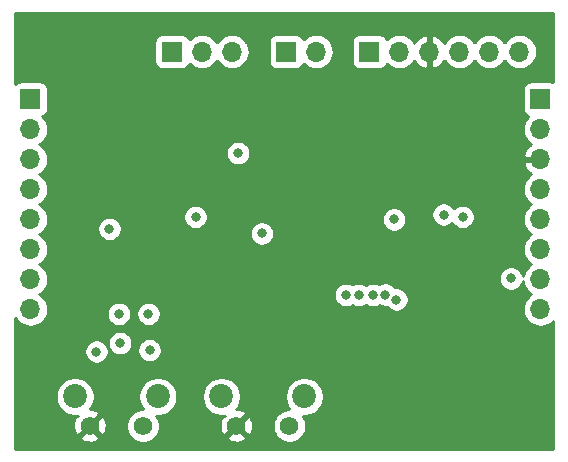
<source format=gbr>
G04 #@! TF.GenerationSoftware,KiCad,Pcbnew,(5.1.4)-1*
G04 #@! TF.CreationDate,2020-02-25T16:56:55+01:00*
G04 #@! TF.ProjectId,Master Thesis PCB,4d617374-6572-4205-9468-657369732050,rev?*
G04 #@! TF.SameCoordinates,Original*
G04 #@! TF.FileFunction,Copper,L2,Inr*
G04 #@! TF.FilePolarity,Positive*
%FSLAX46Y46*%
G04 Gerber Fmt 4.6, Leading zero omitted, Abs format (unit mm)*
G04 Created by KiCad (PCBNEW (5.1.4)-1) date 2020-02-25 16:56:55*
%MOMM*%
%LPD*%
G04 APERTURE LIST*
%ADD10C,2.026000*%
%ADD11C,1.561000*%
%ADD12O,1.700000X1.700000*%
%ADD13R,1.700000X1.700000*%
%ADD14C,0.800000*%
%ADD15C,0.254000*%
G04 APERTURE END LIST*
D10*
X111600000Y-105200000D03*
X104590000Y-105200000D03*
D11*
X110345000Y-107690000D03*
X105845000Y-107690000D03*
D10*
X124000000Y-105200000D03*
X116990000Y-105200000D03*
D11*
X122745000Y-107690000D03*
X118245000Y-107690000D03*
D12*
X142200000Y-76000000D03*
X139660000Y-76000000D03*
X137120000Y-76000000D03*
X134580000Y-76000000D03*
X132040000Y-76000000D03*
D13*
X129500000Y-76000000D03*
D12*
X117880000Y-76000000D03*
X115340000Y-76000000D03*
D13*
X112800000Y-76000000D03*
D12*
X125000000Y-76000000D03*
D13*
X122460000Y-76000000D03*
D12*
X100800000Y-97800000D03*
X100800000Y-95260000D03*
X100800000Y-92720000D03*
X100800000Y-90180000D03*
X100800000Y-87640000D03*
X100800000Y-85100000D03*
X100800000Y-82560000D03*
D13*
X100800000Y-80020000D03*
D12*
X143980000Y-97800000D03*
X143980000Y-95260000D03*
X143980000Y-92720000D03*
X143980000Y-90180000D03*
X143980000Y-87640000D03*
X143980000Y-85100000D03*
X143980000Y-82560000D03*
D13*
X143980000Y-80020000D03*
D14*
X134800000Y-106400000D03*
X143200000Y-106400000D03*
X129600000Y-95200000D03*
X127400000Y-95200000D03*
X124800000Y-95200000D03*
X124800000Y-92800000D03*
X127200000Y-92600000D03*
X130000000Y-93000000D03*
X129800000Y-89800000D03*
X127400000Y-89800000D03*
X124800000Y-90200000D03*
X134625000Y-94525010D03*
X124000000Y-84800000D03*
X116200000Y-86200000D03*
X114600000Y-95600000D03*
X116000000Y-90600000D03*
X122800000Y-90000000D03*
X122800000Y-93200000D03*
X133600000Y-98000000D03*
X132000000Y-107400000D03*
X108900000Y-90900000D03*
X112500000Y-86800000D03*
X120400000Y-91400000D03*
X137399992Y-90000000D03*
X106400000Y-101400000D03*
X114800000Y-90000000D03*
X141500000Y-95200000D03*
X131800000Y-97000000D03*
X130849457Y-96575862D03*
X129800000Y-96600000D03*
X128600000Y-96600000D03*
X127525010Y-96600000D03*
X110800000Y-98200000D03*
X110900000Y-101274990D03*
X108400000Y-100675010D03*
X108300000Y-98200000D03*
X107500000Y-91000000D03*
X118400000Y-84600000D03*
X131600000Y-90200000D03*
X135800000Y-89800000D03*
D15*
G36*
X145090000Y-78588954D02*
G01*
X145074180Y-78580498D01*
X144954482Y-78544188D01*
X144830000Y-78531928D01*
X143130000Y-78531928D01*
X143005518Y-78544188D01*
X142885820Y-78580498D01*
X142775506Y-78639463D01*
X142678815Y-78718815D01*
X142599463Y-78815506D01*
X142540498Y-78925820D01*
X142504188Y-79045518D01*
X142491928Y-79170000D01*
X142491928Y-80870000D01*
X142504188Y-80994482D01*
X142540498Y-81114180D01*
X142599463Y-81224494D01*
X142678815Y-81321185D01*
X142775506Y-81400537D01*
X142885820Y-81459502D01*
X142954687Y-81480393D01*
X142924866Y-81504866D01*
X142739294Y-81730986D01*
X142601401Y-81988966D01*
X142516487Y-82268889D01*
X142487815Y-82560000D01*
X142516487Y-82851111D01*
X142601401Y-83131034D01*
X142739294Y-83389014D01*
X142924866Y-83615134D01*
X143150986Y-83800706D01*
X143215523Y-83835201D01*
X143098645Y-83904822D01*
X142882412Y-84099731D01*
X142708359Y-84333080D01*
X142583175Y-84595901D01*
X142538524Y-84743110D01*
X142659845Y-84973000D01*
X143853000Y-84973000D01*
X143853000Y-84953000D01*
X144107000Y-84953000D01*
X144107000Y-84973000D01*
X144127000Y-84973000D01*
X144127000Y-85227000D01*
X144107000Y-85227000D01*
X144107000Y-85247000D01*
X143853000Y-85247000D01*
X143853000Y-85227000D01*
X142659845Y-85227000D01*
X142538524Y-85456890D01*
X142583175Y-85604099D01*
X142708359Y-85866920D01*
X142882412Y-86100269D01*
X143098645Y-86295178D01*
X143215523Y-86364799D01*
X143150986Y-86399294D01*
X142924866Y-86584866D01*
X142739294Y-86810986D01*
X142601401Y-87068966D01*
X142516487Y-87348889D01*
X142487815Y-87640000D01*
X142516487Y-87931111D01*
X142601401Y-88211034D01*
X142739294Y-88469014D01*
X142924866Y-88695134D01*
X143150986Y-88880706D01*
X143205791Y-88910000D01*
X143150986Y-88939294D01*
X142924866Y-89124866D01*
X142739294Y-89350986D01*
X142601401Y-89608966D01*
X142516487Y-89888889D01*
X142487815Y-90180000D01*
X142516487Y-90471111D01*
X142601401Y-90751034D01*
X142739294Y-91009014D01*
X142924866Y-91235134D01*
X143150986Y-91420706D01*
X143205791Y-91450000D01*
X143150986Y-91479294D01*
X142924866Y-91664866D01*
X142739294Y-91890986D01*
X142601401Y-92148966D01*
X142516487Y-92428889D01*
X142487815Y-92720000D01*
X142516487Y-93011111D01*
X142601401Y-93291034D01*
X142739294Y-93549014D01*
X142924866Y-93775134D01*
X143150986Y-93960706D01*
X143205791Y-93990000D01*
X143150986Y-94019294D01*
X142924866Y-94204866D01*
X142739294Y-94430986D01*
X142601401Y-94688966D01*
X142516487Y-94968889D01*
X142514109Y-94993034D01*
X142495226Y-94898102D01*
X142417205Y-94709744D01*
X142303937Y-94540226D01*
X142159774Y-94396063D01*
X141990256Y-94282795D01*
X141801898Y-94204774D01*
X141601939Y-94165000D01*
X141398061Y-94165000D01*
X141198102Y-94204774D01*
X141009744Y-94282795D01*
X140840226Y-94396063D01*
X140696063Y-94540226D01*
X140582795Y-94709744D01*
X140504774Y-94898102D01*
X140465000Y-95098061D01*
X140465000Y-95301939D01*
X140504774Y-95501898D01*
X140582795Y-95690256D01*
X140696063Y-95859774D01*
X140840226Y-96003937D01*
X141009744Y-96117205D01*
X141198102Y-96195226D01*
X141398061Y-96235000D01*
X141601939Y-96235000D01*
X141801898Y-96195226D01*
X141990256Y-96117205D01*
X142159774Y-96003937D01*
X142303937Y-95859774D01*
X142417205Y-95690256D01*
X142495226Y-95501898D01*
X142506204Y-95446707D01*
X142516487Y-95551111D01*
X142601401Y-95831034D01*
X142739294Y-96089014D01*
X142924866Y-96315134D01*
X143150986Y-96500706D01*
X143205791Y-96530000D01*
X143150986Y-96559294D01*
X142924866Y-96744866D01*
X142739294Y-96970986D01*
X142601401Y-97228966D01*
X142516487Y-97508889D01*
X142487815Y-97800000D01*
X142516487Y-98091111D01*
X142601401Y-98371034D01*
X142739294Y-98629014D01*
X142924866Y-98855134D01*
X143150986Y-99040706D01*
X143408966Y-99178599D01*
X143688889Y-99263513D01*
X143907050Y-99285000D01*
X144052950Y-99285000D01*
X144271111Y-99263513D01*
X144551034Y-99178599D01*
X144809014Y-99040706D01*
X145035134Y-98855134D01*
X145090001Y-98788279D01*
X145090001Y-109690000D01*
X99510000Y-109690000D01*
X99510000Y-108668778D01*
X105045827Y-108668778D01*
X105115049Y-108910757D01*
X105367232Y-109029707D01*
X105637776Y-109097173D01*
X105916283Y-109110562D01*
X106192052Y-109069360D01*
X106454483Y-108975149D01*
X106574951Y-108910757D01*
X106644173Y-108668778D01*
X105845000Y-107869605D01*
X105045827Y-108668778D01*
X99510000Y-108668778D01*
X99510000Y-105037686D01*
X102942000Y-105037686D01*
X102942000Y-105362314D01*
X103005332Y-105680704D01*
X103129561Y-105980621D01*
X103309915Y-106250539D01*
X103539461Y-106480085D01*
X103809379Y-106660439D01*
X104109296Y-106784668D01*
X104427686Y-106848000D01*
X104752314Y-106848000D01*
X104811599Y-106836207D01*
X104866220Y-106890828D01*
X104624243Y-106960049D01*
X104505293Y-107212232D01*
X104437827Y-107482776D01*
X104424438Y-107761283D01*
X104465640Y-108037052D01*
X104559851Y-108299483D01*
X104624243Y-108419951D01*
X104866222Y-108489173D01*
X105665395Y-107690000D01*
X106024605Y-107690000D01*
X106823778Y-108489173D01*
X107065757Y-108419951D01*
X107184707Y-108167768D01*
X107252173Y-107897224D01*
X107265562Y-107618717D01*
X107255383Y-107550585D01*
X108929500Y-107550585D01*
X108929500Y-107829415D01*
X108983897Y-108102886D01*
X109090600Y-108360491D01*
X109245509Y-108592329D01*
X109442671Y-108789491D01*
X109674509Y-108944400D01*
X109932114Y-109051103D01*
X110205585Y-109105500D01*
X110484415Y-109105500D01*
X110757886Y-109051103D01*
X111015491Y-108944400D01*
X111247329Y-108789491D01*
X111368042Y-108668778D01*
X117445827Y-108668778D01*
X117515049Y-108910757D01*
X117767232Y-109029707D01*
X118037776Y-109097173D01*
X118316283Y-109110562D01*
X118592052Y-109069360D01*
X118854483Y-108975149D01*
X118974951Y-108910757D01*
X119044173Y-108668778D01*
X118245000Y-107869605D01*
X117445827Y-108668778D01*
X111368042Y-108668778D01*
X111444491Y-108592329D01*
X111599400Y-108360491D01*
X111706103Y-108102886D01*
X111760500Y-107829415D01*
X111760500Y-107550585D01*
X111706103Y-107277114D01*
X111599400Y-107019509D01*
X111484801Y-106848000D01*
X111762314Y-106848000D01*
X112080704Y-106784668D01*
X112380621Y-106660439D01*
X112650539Y-106480085D01*
X112880085Y-106250539D01*
X113060439Y-105980621D01*
X113184668Y-105680704D01*
X113248000Y-105362314D01*
X113248000Y-105037686D01*
X115342000Y-105037686D01*
X115342000Y-105362314D01*
X115405332Y-105680704D01*
X115529561Y-105980621D01*
X115709915Y-106250539D01*
X115939461Y-106480085D01*
X116209379Y-106660439D01*
X116509296Y-106784668D01*
X116827686Y-106848000D01*
X117152314Y-106848000D01*
X117211599Y-106836207D01*
X117266220Y-106890828D01*
X117024243Y-106960049D01*
X116905293Y-107212232D01*
X116837827Y-107482776D01*
X116824438Y-107761283D01*
X116865640Y-108037052D01*
X116959851Y-108299483D01*
X117024243Y-108419951D01*
X117266222Y-108489173D01*
X118065395Y-107690000D01*
X118424605Y-107690000D01*
X119223778Y-108489173D01*
X119465757Y-108419951D01*
X119584707Y-108167768D01*
X119652173Y-107897224D01*
X119665562Y-107618717D01*
X119655383Y-107550585D01*
X121329500Y-107550585D01*
X121329500Y-107829415D01*
X121383897Y-108102886D01*
X121490600Y-108360491D01*
X121645509Y-108592329D01*
X121842671Y-108789491D01*
X122074509Y-108944400D01*
X122332114Y-109051103D01*
X122605585Y-109105500D01*
X122884415Y-109105500D01*
X123157886Y-109051103D01*
X123415491Y-108944400D01*
X123647329Y-108789491D01*
X123844491Y-108592329D01*
X123999400Y-108360491D01*
X124106103Y-108102886D01*
X124160500Y-107829415D01*
X124160500Y-107550585D01*
X124106103Y-107277114D01*
X123999400Y-107019509D01*
X123884801Y-106848000D01*
X124162314Y-106848000D01*
X124480704Y-106784668D01*
X124780621Y-106660439D01*
X125050539Y-106480085D01*
X125280085Y-106250539D01*
X125460439Y-105980621D01*
X125584668Y-105680704D01*
X125648000Y-105362314D01*
X125648000Y-105037686D01*
X125584668Y-104719296D01*
X125460439Y-104419379D01*
X125280085Y-104149461D01*
X125050539Y-103919915D01*
X124780621Y-103739561D01*
X124480704Y-103615332D01*
X124162314Y-103552000D01*
X123837686Y-103552000D01*
X123519296Y-103615332D01*
X123219379Y-103739561D01*
X122949461Y-103919915D01*
X122719915Y-104149461D01*
X122539561Y-104419379D01*
X122415332Y-104719296D01*
X122352000Y-105037686D01*
X122352000Y-105362314D01*
X122415332Y-105680704D01*
X122539561Y-105980621D01*
X122719915Y-106250539D01*
X122743876Y-106274500D01*
X122605585Y-106274500D01*
X122332114Y-106328897D01*
X122074509Y-106435600D01*
X121842671Y-106590509D01*
X121645509Y-106787671D01*
X121490600Y-107019509D01*
X121383897Y-107277114D01*
X121329500Y-107550585D01*
X119655383Y-107550585D01*
X119624360Y-107342948D01*
X119530149Y-107080517D01*
X119465757Y-106960049D01*
X119223778Y-106890827D01*
X118424605Y-107690000D01*
X118065395Y-107690000D01*
X118051253Y-107675858D01*
X118230858Y-107496253D01*
X118245000Y-107510395D01*
X119044173Y-106711222D01*
X118974951Y-106469243D01*
X118722768Y-106350293D01*
X118452224Y-106282827D01*
X118247633Y-106272991D01*
X118270085Y-106250539D01*
X118450439Y-105980621D01*
X118574668Y-105680704D01*
X118638000Y-105362314D01*
X118638000Y-105037686D01*
X118574668Y-104719296D01*
X118450439Y-104419379D01*
X118270085Y-104149461D01*
X118040539Y-103919915D01*
X117770621Y-103739561D01*
X117470704Y-103615332D01*
X117152314Y-103552000D01*
X116827686Y-103552000D01*
X116509296Y-103615332D01*
X116209379Y-103739561D01*
X115939461Y-103919915D01*
X115709915Y-104149461D01*
X115529561Y-104419379D01*
X115405332Y-104719296D01*
X115342000Y-105037686D01*
X113248000Y-105037686D01*
X113184668Y-104719296D01*
X113060439Y-104419379D01*
X112880085Y-104149461D01*
X112650539Y-103919915D01*
X112380621Y-103739561D01*
X112080704Y-103615332D01*
X111762314Y-103552000D01*
X111437686Y-103552000D01*
X111119296Y-103615332D01*
X110819379Y-103739561D01*
X110549461Y-103919915D01*
X110319915Y-104149461D01*
X110139561Y-104419379D01*
X110015332Y-104719296D01*
X109952000Y-105037686D01*
X109952000Y-105362314D01*
X110015332Y-105680704D01*
X110139561Y-105980621D01*
X110319915Y-106250539D01*
X110343876Y-106274500D01*
X110205585Y-106274500D01*
X109932114Y-106328897D01*
X109674509Y-106435600D01*
X109442671Y-106590509D01*
X109245509Y-106787671D01*
X109090600Y-107019509D01*
X108983897Y-107277114D01*
X108929500Y-107550585D01*
X107255383Y-107550585D01*
X107224360Y-107342948D01*
X107130149Y-107080517D01*
X107065757Y-106960049D01*
X106823778Y-106890827D01*
X106024605Y-107690000D01*
X105665395Y-107690000D01*
X105651253Y-107675858D01*
X105830858Y-107496253D01*
X105845000Y-107510395D01*
X106644173Y-106711222D01*
X106574951Y-106469243D01*
X106322768Y-106350293D01*
X106052224Y-106282827D01*
X105847633Y-106272991D01*
X105870085Y-106250539D01*
X106050439Y-105980621D01*
X106174668Y-105680704D01*
X106238000Y-105362314D01*
X106238000Y-105037686D01*
X106174668Y-104719296D01*
X106050439Y-104419379D01*
X105870085Y-104149461D01*
X105640539Y-103919915D01*
X105370621Y-103739561D01*
X105070704Y-103615332D01*
X104752314Y-103552000D01*
X104427686Y-103552000D01*
X104109296Y-103615332D01*
X103809379Y-103739561D01*
X103539461Y-103919915D01*
X103309915Y-104149461D01*
X103129561Y-104419379D01*
X103005332Y-104719296D01*
X102942000Y-105037686D01*
X99510000Y-105037686D01*
X99510000Y-101298061D01*
X105365000Y-101298061D01*
X105365000Y-101501939D01*
X105404774Y-101701898D01*
X105482795Y-101890256D01*
X105596063Y-102059774D01*
X105740226Y-102203937D01*
X105909744Y-102317205D01*
X106098102Y-102395226D01*
X106298061Y-102435000D01*
X106501939Y-102435000D01*
X106701898Y-102395226D01*
X106890256Y-102317205D01*
X107059774Y-102203937D01*
X107203937Y-102059774D01*
X107317205Y-101890256D01*
X107395226Y-101701898D01*
X107435000Y-101501939D01*
X107435000Y-101298061D01*
X107395226Y-101098102D01*
X107317205Y-100909744D01*
X107203937Y-100740226D01*
X107059774Y-100596063D01*
X107025364Y-100573071D01*
X107365000Y-100573071D01*
X107365000Y-100776949D01*
X107404774Y-100976908D01*
X107482795Y-101165266D01*
X107596063Y-101334784D01*
X107740226Y-101478947D01*
X107909744Y-101592215D01*
X108098102Y-101670236D01*
X108298061Y-101710010D01*
X108501939Y-101710010D01*
X108701898Y-101670236D01*
X108890256Y-101592215D01*
X109059774Y-101478947D01*
X109203937Y-101334784D01*
X109312003Y-101173051D01*
X109865000Y-101173051D01*
X109865000Y-101376929D01*
X109904774Y-101576888D01*
X109982795Y-101765246D01*
X110096063Y-101934764D01*
X110240226Y-102078927D01*
X110409744Y-102192195D01*
X110598102Y-102270216D01*
X110798061Y-102309990D01*
X111001939Y-102309990D01*
X111201898Y-102270216D01*
X111390256Y-102192195D01*
X111559774Y-102078927D01*
X111703937Y-101934764D01*
X111817205Y-101765246D01*
X111895226Y-101576888D01*
X111935000Y-101376929D01*
X111935000Y-101173051D01*
X111895226Y-100973092D01*
X111817205Y-100784734D01*
X111703937Y-100615216D01*
X111559774Y-100471053D01*
X111390256Y-100357785D01*
X111201898Y-100279764D01*
X111001939Y-100239990D01*
X110798061Y-100239990D01*
X110598102Y-100279764D01*
X110409744Y-100357785D01*
X110240226Y-100471053D01*
X110096063Y-100615216D01*
X109982795Y-100784734D01*
X109904774Y-100973092D01*
X109865000Y-101173051D01*
X109312003Y-101173051D01*
X109317205Y-101165266D01*
X109395226Y-100976908D01*
X109435000Y-100776949D01*
X109435000Y-100573071D01*
X109395226Y-100373112D01*
X109317205Y-100184754D01*
X109203937Y-100015236D01*
X109059774Y-99871073D01*
X108890256Y-99757805D01*
X108701898Y-99679784D01*
X108501939Y-99640010D01*
X108298061Y-99640010D01*
X108098102Y-99679784D01*
X107909744Y-99757805D01*
X107740226Y-99871073D01*
X107596063Y-100015236D01*
X107482795Y-100184754D01*
X107404774Y-100373112D01*
X107365000Y-100573071D01*
X107025364Y-100573071D01*
X106890256Y-100482795D01*
X106701898Y-100404774D01*
X106501939Y-100365000D01*
X106298061Y-100365000D01*
X106098102Y-100404774D01*
X105909744Y-100482795D01*
X105740226Y-100596063D01*
X105596063Y-100740226D01*
X105482795Y-100909744D01*
X105404774Y-101098102D01*
X105365000Y-101298061D01*
X99510000Y-101298061D01*
X99510000Y-98536791D01*
X99559294Y-98629014D01*
X99744866Y-98855134D01*
X99970986Y-99040706D01*
X100228966Y-99178599D01*
X100508889Y-99263513D01*
X100727050Y-99285000D01*
X100872950Y-99285000D01*
X101091111Y-99263513D01*
X101371034Y-99178599D01*
X101629014Y-99040706D01*
X101855134Y-98855134D01*
X102040706Y-98629014D01*
X102178599Y-98371034D01*
X102261404Y-98098061D01*
X107265000Y-98098061D01*
X107265000Y-98301939D01*
X107304774Y-98501898D01*
X107382795Y-98690256D01*
X107496063Y-98859774D01*
X107640226Y-99003937D01*
X107809744Y-99117205D01*
X107998102Y-99195226D01*
X108198061Y-99235000D01*
X108401939Y-99235000D01*
X108601898Y-99195226D01*
X108790256Y-99117205D01*
X108959774Y-99003937D01*
X109103937Y-98859774D01*
X109217205Y-98690256D01*
X109295226Y-98501898D01*
X109335000Y-98301939D01*
X109335000Y-98098061D01*
X109765000Y-98098061D01*
X109765000Y-98301939D01*
X109804774Y-98501898D01*
X109882795Y-98690256D01*
X109996063Y-98859774D01*
X110140226Y-99003937D01*
X110309744Y-99117205D01*
X110498102Y-99195226D01*
X110698061Y-99235000D01*
X110901939Y-99235000D01*
X111101898Y-99195226D01*
X111290256Y-99117205D01*
X111459774Y-99003937D01*
X111603937Y-98859774D01*
X111717205Y-98690256D01*
X111795226Y-98501898D01*
X111835000Y-98301939D01*
X111835000Y-98098061D01*
X111795226Y-97898102D01*
X111717205Y-97709744D01*
X111603937Y-97540226D01*
X111459774Y-97396063D01*
X111290256Y-97282795D01*
X111101898Y-97204774D01*
X110901939Y-97165000D01*
X110698061Y-97165000D01*
X110498102Y-97204774D01*
X110309744Y-97282795D01*
X110140226Y-97396063D01*
X109996063Y-97540226D01*
X109882795Y-97709744D01*
X109804774Y-97898102D01*
X109765000Y-98098061D01*
X109335000Y-98098061D01*
X109295226Y-97898102D01*
X109217205Y-97709744D01*
X109103937Y-97540226D01*
X108959774Y-97396063D01*
X108790256Y-97282795D01*
X108601898Y-97204774D01*
X108401939Y-97165000D01*
X108198061Y-97165000D01*
X107998102Y-97204774D01*
X107809744Y-97282795D01*
X107640226Y-97396063D01*
X107496063Y-97540226D01*
X107382795Y-97709744D01*
X107304774Y-97898102D01*
X107265000Y-98098061D01*
X102261404Y-98098061D01*
X102263513Y-98091111D01*
X102292185Y-97800000D01*
X102263513Y-97508889D01*
X102178599Y-97228966D01*
X102040706Y-96970986D01*
X101855134Y-96744866D01*
X101629014Y-96559294D01*
X101574209Y-96530000D01*
X101629014Y-96500706D01*
X101632236Y-96498061D01*
X126490010Y-96498061D01*
X126490010Y-96701939D01*
X126529784Y-96901898D01*
X126607805Y-97090256D01*
X126721073Y-97259774D01*
X126865236Y-97403937D01*
X127034754Y-97517205D01*
X127223112Y-97595226D01*
X127423071Y-97635000D01*
X127626949Y-97635000D01*
X127826908Y-97595226D01*
X128015266Y-97517205D01*
X128062505Y-97485641D01*
X128109744Y-97517205D01*
X128298102Y-97595226D01*
X128498061Y-97635000D01*
X128701939Y-97635000D01*
X128901898Y-97595226D01*
X129090256Y-97517205D01*
X129200000Y-97443877D01*
X129309744Y-97517205D01*
X129498102Y-97595226D01*
X129698061Y-97635000D01*
X129901939Y-97635000D01*
X130101898Y-97595226D01*
X130290256Y-97517205D01*
X130342791Y-97482102D01*
X130359201Y-97493067D01*
X130547559Y-97571088D01*
X130747518Y-97610862D01*
X130951396Y-97610862D01*
X130961975Y-97608758D01*
X130996063Y-97659774D01*
X131140226Y-97803937D01*
X131309744Y-97917205D01*
X131498102Y-97995226D01*
X131698061Y-98035000D01*
X131901939Y-98035000D01*
X132101898Y-97995226D01*
X132290256Y-97917205D01*
X132459774Y-97803937D01*
X132603937Y-97659774D01*
X132717205Y-97490256D01*
X132795226Y-97301898D01*
X132835000Y-97101939D01*
X132835000Y-96898061D01*
X132795226Y-96698102D01*
X132717205Y-96509744D01*
X132603937Y-96340226D01*
X132459774Y-96196063D01*
X132290256Y-96082795D01*
X132101898Y-96004774D01*
X131901939Y-95965000D01*
X131698061Y-95965000D01*
X131687482Y-95967104D01*
X131653394Y-95916088D01*
X131509231Y-95771925D01*
X131339713Y-95658657D01*
X131151355Y-95580636D01*
X130951396Y-95540862D01*
X130747518Y-95540862D01*
X130547559Y-95580636D01*
X130359201Y-95658657D01*
X130306666Y-95693760D01*
X130290256Y-95682795D01*
X130101898Y-95604774D01*
X129901939Y-95565000D01*
X129698061Y-95565000D01*
X129498102Y-95604774D01*
X129309744Y-95682795D01*
X129200000Y-95756123D01*
X129090256Y-95682795D01*
X128901898Y-95604774D01*
X128701939Y-95565000D01*
X128498061Y-95565000D01*
X128298102Y-95604774D01*
X128109744Y-95682795D01*
X128062505Y-95714359D01*
X128015266Y-95682795D01*
X127826908Y-95604774D01*
X127626949Y-95565000D01*
X127423071Y-95565000D01*
X127223112Y-95604774D01*
X127034754Y-95682795D01*
X126865236Y-95796063D01*
X126721073Y-95940226D01*
X126607805Y-96109744D01*
X126529784Y-96298102D01*
X126490010Y-96498061D01*
X101632236Y-96498061D01*
X101855134Y-96315134D01*
X102040706Y-96089014D01*
X102178599Y-95831034D01*
X102263513Y-95551111D01*
X102292185Y-95260000D01*
X102263513Y-94968889D01*
X102178599Y-94688966D01*
X102040706Y-94430986D01*
X101855134Y-94204866D01*
X101629014Y-94019294D01*
X101574209Y-93990000D01*
X101629014Y-93960706D01*
X101855134Y-93775134D01*
X102040706Y-93549014D01*
X102178599Y-93291034D01*
X102263513Y-93011111D01*
X102292185Y-92720000D01*
X102263513Y-92428889D01*
X102178599Y-92148966D01*
X102040706Y-91890986D01*
X101855134Y-91664866D01*
X101629014Y-91479294D01*
X101574209Y-91450000D01*
X101629014Y-91420706D01*
X101855134Y-91235134D01*
X102040706Y-91009014D01*
X102100011Y-90898061D01*
X106465000Y-90898061D01*
X106465000Y-91101939D01*
X106504774Y-91301898D01*
X106582795Y-91490256D01*
X106696063Y-91659774D01*
X106840226Y-91803937D01*
X107009744Y-91917205D01*
X107198102Y-91995226D01*
X107398061Y-92035000D01*
X107601939Y-92035000D01*
X107801898Y-91995226D01*
X107990256Y-91917205D01*
X108159774Y-91803937D01*
X108303937Y-91659774D01*
X108417205Y-91490256D01*
X108495226Y-91301898D01*
X108495989Y-91298061D01*
X119365000Y-91298061D01*
X119365000Y-91501939D01*
X119404774Y-91701898D01*
X119482795Y-91890256D01*
X119596063Y-92059774D01*
X119740226Y-92203937D01*
X119909744Y-92317205D01*
X120098102Y-92395226D01*
X120298061Y-92435000D01*
X120501939Y-92435000D01*
X120701898Y-92395226D01*
X120890256Y-92317205D01*
X121059774Y-92203937D01*
X121203937Y-92059774D01*
X121317205Y-91890256D01*
X121395226Y-91701898D01*
X121435000Y-91501939D01*
X121435000Y-91298061D01*
X121395226Y-91098102D01*
X121317205Y-90909744D01*
X121203937Y-90740226D01*
X121059774Y-90596063D01*
X120890256Y-90482795D01*
X120701898Y-90404774D01*
X120501939Y-90365000D01*
X120298061Y-90365000D01*
X120098102Y-90404774D01*
X119909744Y-90482795D01*
X119740226Y-90596063D01*
X119596063Y-90740226D01*
X119482795Y-90909744D01*
X119404774Y-91098102D01*
X119365000Y-91298061D01*
X108495989Y-91298061D01*
X108535000Y-91101939D01*
X108535000Y-90898061D01*
X108495226Y-90698102D01*
X108417205Y-90509744D01*
X108303937Y-90340226D01*
X108159774Y-90196063D01*
X107990256Y-90082795D01*
X107801898Y-90004774D01*
X107601939Y-89965000D01*
X107398061Y-89965000D01*
X107198102Y-90004774D01*
X107009744Y-90082795D01*
X106840226Y-90196063D01*
X106696063Y-90340226D01*
X106582795Y-90509744D01*
X106504774Y-90698102D01*
X106465000Y-90898061D01*
X102100011Y-90898061D01*
X102178599Y-90751034D01*
X102263513Y-90471111D01*
X102292185Y-90180000D01*
X102264417Y-89898061D01*
X113765000Y-89898061D01*
X113765000Y-90101939D01*
X113804774Y-90301898D01*
X113882795Y-90490256D01*
X113996063Y-90659774D01*
X114140226Y-90803937D01*
X114309744Y-90917205D01*
X114498102Y-90995226D01*
X114698061Y-91035000D01*
X114901939Y-91035000D01*
X115101898Y-90995226D01*
X115290256Y-90917205D01*
X115459774Y-90803937D01*
X115603937Y-90659774D01*
X115717205Y-90490256D01*
X115795226Y-90301898D01*
X115835000Y-90101939D01*
X115835000Y-90098061D01*
X130565000Y-90098061D01*
X130565000Y-90301939D01*
X130604774Y-90501898D01*
X130682795Y-90690256D01*
X130796063Y-90859774D01*
X130940226Y-91003937D01*
X131109744Y-91117205D01*
X131298102Y-91195226D01*
X131498061Y-91235000D01*
X131701939Y-91235000D01*
X131901898Y-91195226D01*
X132090256Y-91117205D01*
X132259774Y-91003937D01*
X132403937Y-90859774D01*
X132517205Y-90690256D01*
X132595226Y-90501898D01*
X132635000Y-90301939D01*
X132635000Y-90098061D01*
X132595226Y-89898102D01*
X132517205Y-89709744D01*
X132509399Y-89698061D01*
X134765000Y-89698061D01*
X134765000Y-89901939D01*
X134804774Y-90101898D01*
X134882795Y-90290256D01*
X134996063Y-90459774D01*
X135140226Y-90603937D01*
X135309744Y-90717205D01*
X135498102Y-90795226D01*
X135698061Y-90835000D01*
X135901939Y-90835000D01*
X136101898Y-90795226D01*
X136290256Y-90717205D01*
X136459774Y-90603937D01*
X136519103Y-90544608D01*
X136596055Y-90659774D01*
X136740218Y-90803937D01*
X136909736Y-90917205D01*
X137098094Y-90995226D01*
X137298053Y-91035000D01*
X137501931Y-91035000D01*
X137701890Y-90995226D01*
X137890248Y-90917205D01*
X138059766Y-90803937D01*
X138203929Y-90659774D01*
X138317197Y-90490256D01*
X138395218Y-90301898D01*
X138434992Y-90101939D01*
X138434992Y-89898061D01*
X138395218Y-89698102D01*
X138317197Y-89509744D01*
X138203929Y-89340226D01*
X138059766Y-89196063D01*
X137890248Y-89082795D01*
X137701890Y-89004774D01*
X137501931Y-88965000D01*
X137298053Y-88965000D01*
X137098094Y-89004774D01*
X136909736Y-89082795D01*
X136740218Y-89196063D01*
X136680889Y-89255392D01*
X136603937Y-89140226D01*
X136459774Y-88996063D01*
X136290256Y-88882795D01*
X136101898Y-88804774D01*
X135901939Y-88765000D01*
X135698061Y-88765000D01*
X135498102Y-88804774D01*
X135309744Y-88882795D01*
X135140226Y-88996063D01*
X134996063Y-89140226D01*
X134882795Y-89309744D01*
X134804774Y-89498102D01*
X134765000Y-89698061D01*
X132509399Y-89698061D01*
X132403937Y-89540226D01*
X132259774Y-89396063D01*
X132090256Y-89282795D01*
X131901898Y-89204774D01*
X131701939Y-89165000D01*
X131498061Y-89165000D01*
X131298102Y-89204774D01*
X131109744Y-89282795D01*
X130940226Y-89396063D01*
X130796063Y-89540226D01*
X130682795Y-89709744D01*
X130604774Y-89898102D01*
X130565000Y-90098061D01*
X115835000Y-90098061D01*
X115835000Y-89898061D01*
X115795226Y-89698102D01*
X115717205Y-89509744D01*
X115603937Y-89340226D01*
X115459774Y-89196063D01*
X115290256Y-89082795D01*
X115101898Y-89004774D01*
X114901939Y-88965000D01*
X114698061Y-88965000D01*
X114498102Y-89004774D01*
X114309744Y-89082795D01*
X114140226Y-89196063D01*
X113996063Y-89340226D01*
X113882795Y-89509744D01*
X113804774Y-89698102D01*
X113765000Y-89898061D01*
X102264417Y-89898061D01*
X102263513Y-89888889D01*
X102178599Y-89608966D01*
X102040706Y-89350986D01*
X101855134Y-89124866D01*
X101629014Y-88939294D01*
X101574209Y-88910000D01*
X101629014Y-88880706D01*
X101855134Y-88695134D01*
X102040706Y-88469014D01*
X102178599Y-88211034D01*
X102263513Y-87931111D01*
X102292185Y-87640000D01*
X102263513Y-87348889D01*
X102178599Y-87068966D01*
X102040706Y-86810986D01*
X101855134Y-86584866D01*
X101629014Y-86399294D01*
X101574209Y-86370000D01*
X101629014Y-86340706D01*
X101855134Y-86155134D01*
X102040706Y-85929014D01*
X102178599Y-85671034D01*
X102263513Y-85391111D01*
X102292185Y-85100000D01*
X102263513Y-84808889D01*
X102178599Y-84528966D01*
X102162080Y-84498061D01*
X117365000Y-84498061D01*
X117365000Y-84701939D01*
X117404774Y-84901898D01*
X117482795Y-85090256D01*
X117596063Y-85259774D01*
X117740226Y-85403937D01*
X117909744Y-85517205D01*
X118098102Y-85595226D01*
X118298061Y-85635000D01*
X118501939Y-85635000D01*
X118701898Y-85595226D01*
X118890256Y-85517205D01*
X119059774Y-85403937D01*
X119203937Y-85259774D01*
X119317205Y-85090256D01*
X119395226Y-84901898D01*
X119435000Y-84701939D01*
X119435000Y-84498061D01*
X119395226Y-84298102D01*
X119317205Y-84109744D01*
X119203937Y-83940226D01*
X119059774Y-83796063D01*
X118890256Y-83682795D01*
X118701898Y-83604774D01*
X118501939Y-83565000D01*
X118298061Y-83565000D01*
X118098102Y-83604774D01*
X117909744Y-83682795D01*
X117740226Y-83796063D01*
X117596063Y-83940226D01*
X117482795Y-84109744D01*
X117404774Y-84298102D01*
X117365000Y-84498061D01*
X102162080Y-84498061D01*
X102040706Y-84270986D01*
X101855134Y-84044866D01*
X101629014Y-83859294D01*
X101574209Y-83830000D01*
X101629014Y-83800706D01*
X101855134Y-83615134D01*
X102040706Y-83389014D01*
X102178599Y-83131034D01*
X102263513Y-82851111D01*
X102292185Y-82560000D01*
X102263513Y-82268889D01*
X102178599Y-81988966D01*
X102040706Y-81730986D01*
X101855134Y-81504866D01*
X101825313Y-81480393D01*
X101894180Y-81459502D01*
X102004494Y-81400537D01*
X102101185Y-81321185D01*
X102180537Y-81224494D01*
X102239502Y-81114180D01*
X102275812Y-80994482D01*
X102288072Y-80870000D01*
X102288072Y-79170000D01*
X102275812Y-79045518D01*
X102239502Y-78925820D01*
X102180537Y-78815506D01*
X102101185Y-78718815D01*
X102004494Y-78639463D01*
X101894180Y-78580498D01*
X101774482Y-78544188D01*
X101650000Y-78531928D01*
X99950000Y-78531928D01*
X99825518Y-78544188D01*
X99705820Y-78580498D01*
X99595506Y-78639463D01*
X99510000Y-78709636D01*
X99510000Y-75150000D01*
X111311928Y-75150000D01*
X111311928Y-76850000D01*
X111324188Y-76974482D01*
X111360498Y-77094180D01*
X111419463Y-77204494D01*
X111498815Y-77301185D01*
X111595506Y-77380537D01*
X111705820Y-77439502D01*
X111825518Y-77475812D01*
X111950000Y-77488072D01*
X113650000Y-77488072D01*
X113774482Y-77475812D01*
X113894180Y-77439502D01*
X114004494Y-77380537D01*
X114101185Y-77301185D01*
X114180537Y-77204494D01*
X114239502Y-77094180D01*
X114260393Y-77025313D01*
X114284866Y-77055134D01*
X114510986Y-77240706D01*
X114768966Y-77378599D01*
X115048889Y-77463513D01*
X115267050Y-77485000D01*
X115412950Y-77485000D01*
X115631111Y-77463513D01*
X115911034Y-77378599D01*
X116169014Y-77240706D01*
X116395134Y-77055134D01*
X116580706Y-76829014D01*
X116610000Y-76774209D01*
X116639294Y-76829014D01*
X116824866Y-77055134D01*
X117050986Y-77240706D01*
X117308966Y-77378599D01*
X117588889Y-77463513D01*
X117807050Y-77485000D01*
X117952950Y-77485000D01*
X118171111Y-77463513D01*
X118451034Y-77378599D01*
X118709014Y-77240706D01*
X118935134Y-77055134D01*
X119120706Y-76829014D01*
X119258599Y-76571034D01*
X119343513Y-76291111D01*
X119372185Y-76000000D01*
X119343513Y-75708889D01*
X119258599Y-75428966D01*
X119120706Y-75170986D01*
X119103484Y-75150000D01*
X120971928Y-75150000D01*
X120971928Y-76850000D01*
X120984188Y-76974482D01*
X121020498Y-77094180D01*
X121079463Y-77204494D01*
X121158815Y-77301185D01*
X121255506Y-77380537D01*
X121365820Y-77439502D01*
X121485518Y-77475812D01*
X121610000Y-77488072D01*
X123310000Y-77488072D01*
X123434482Y-77475812D01*
X123554180Y-77439502D01*
X123664494Y-77380537D01*
X123761185Y-77301185D01*
X123840537Y-77204494D01*
X123899502Y-77094180D01*
X123920393Y-77025313D01*
X123944866Y-77055134D01*
X124170986Y-77240706D01*
X124428966Y-77378599D01*
X124708889Y-77463513D01*
X124927050Y-77485000D01*
X125072950Y-77485000D01*
X125291111Y-77463513D01*
X125571034Y-77378599D01*
X125829014Y-77240706D01*
X126055134Y-77055134D01*
X126240706Y-76829014D01*
X126378599Y-76571034D01*
X126463513Y-76291111D01*
X126492185Y-76000000D01*
X126463513Y-75708889D01*
X126378599Y-75428966D01*
X126240706Y-75170986D01*
X126223484Y-75150000D01*
X128011928Y-75150000D01*
X128011928Y-76850000D01*
X128024188Y-76974482D01*
X128060498Y-77094180D01*
X128119463Y-77204494D01*
X128198815Y-77301185D01*
X128295506Y-77380537D01*
X128405820Y-77439502D01*
X128525518Y-77475812D01*
X128650000Y-77488072D01*
X130350000Y-77488072D01*
X130474482Y-77475812D01*
X130594180Y-77439502D01*
X130704494Y-77380537D01*
X130801185Y-77301185D01*
X130880537Y-77204494D01*
X130939502Y-77094180D01*
X130960393Y-77025313D01*
X130984866Y-77055134D01*
X131210986Y-77240706D01*
X131468966Y-77378599D01*
X131748889Y-77463513D01*
X131967050Y-77485000D01*
X132112950Y-77485000D01*
X132331111Y-77463513D01*
X132611034Y-77378599D01*
X132869014Y-77240706D01*
X133095134Y-77055134D01*
X133280706Y-76829014D01*
X133315201Y-76764477D01*
X133384822Y-76881355D01*
X133579731Y-77097588D01*
X133813080Y-77271641D01*
X134075901Y-77396825D01*
X134223110Y-77441476D01*
X134453000Y-77320155D01*
X134453000Y-76127000D01*
X134433000Y-76127000D01*
X134433000Y-75873000D01*
X134453000Y-75873000D01*
X134453000Y-74679845D01*
X134707000Y-74679845D01*
X134707000Y-75873000D01*
X134727000Y-75873000D01*
X134727000Y-76127000D01*
X134707000Y-76127000D01*
X134707000Y-77320155D01*
X134936890Y-77441476D01*
X135084099Y-77396825D01*
X135346920Y-77271641D01*
X135580269Y-77097588D01*
X135775178Y-76881355D01*
X135844799Y-76764477D01*
X135879294Y-76829014D01*
X136064866Y-77055134D01*
X136290986Y-77240706D01*
X136548966Y-77378599D01*
X136828889Y-77463513D01*
X137047050Y-77485000D01*
X137192950Y-77485000D01*
X137411111Y-77463513D01*
X137691034Y-77378599D01*
X137949014Y-77240706D01*
X138175134Y-77055134D01*
X138360706Y-76829014D01*
X138390000Y-76774209D01*
X138419294Y-76829014D01*
X138604866Y-77055134D01*
X138830986Y-77240706D01*
X139088966Y-77378599D01*
X139368889Y-77463513D01*
X139587050Y-77485000D01*
X139732950Y-77485000D01*
X139951111Y-77463513D01*
X140231034Y-77378599D01*
X140489014Y-77240706D01*
X140715134Y-77055134D01*
X140900706Y-76829014D01*
X140930000Y-76774209D01*
X140959294Y-76829014D01*
X141144866Y-77055134D01*
X141370986Y-77240706D01*
X141628966Y-77378599D01*
X141908889Y-77463513D01*
X142127050Y-77485000D01*
X142272950Y-77485000D01*
X142491111Y-77463513D01*
X142771034Y-77378599D01*
X143029014Y-77240706D01*
X143255134Y-77055134D01*
X143440706Y-76829014D01*
X143578599Y-76571034D01*
X143663513Y-76291111D01*
X143692185Y-76000000D01*
X143663513Y-75708889D01*
X143578599Y-75428966D01*
X143440706Y-75170986D01*
X143255134Y-74944866D01*
X143029014Y-74759294D01*
X142771034Y-74621401D01*
X142491111Y-74536487D01*
X142272950Y-74515000D01*
X142127050Y-74515000D01*
X141908889Y-74536487D01*
X141628966Y-74621401D01*
X141370986Y-74759294D01*
X141144866Y-74944866D01*
X140959294Y-75170986D01*
X140930000Y-75225791D01*
X140900706Y-75170986D01*
X140715134Y-74944866D01*
X140489014Y-74759294D01*
X140231034Y-74621401D01*
X139951111Y-74536487D01*
X139732950Y-74515000D01*
X139587050Y-74515000D01*
X139368889Y-74536487D01*
X139088966Y-74621401D01*
X138830986Y-74759294D01*
X138604866Y-74944866D01*
X138419294Y-75170986D01*
X138390000Y-75225791D01*
X138360706Y-75170986D01*
X138175134Y-74944866D01*
X137949014Y-74759294D01*
X137691034Y-74621401D01*
X137411111Y-74536487D01*
X137192950Y-74515000D01*
X137047050Y-74515000D01*
X136828889Y-74536487D01*
X136548966Y-74621401D01*
X136290986Y-74759294D01*
X136064866Y-74944866D01*
X135879294Y-75170986D01*
X135844799Y-75235523D01*
X135775178Y-75118645D01*
X135580269Y-74902412D01*
X135346920Y-74728359D01*
X135084099Y-74603175D01*
X134936890Y-74558524D01*
X134707000Y-74679845D01*
X134453000Y-74679845D01*
X134223110Y-74558524D01*
X134075901Y-74603175D01*
X133813080Y-74728359D01*
X133579731Y-74902412D01*
X133384822Y-75118645D01*
X133315201Y-75235523D01*
X133280706Y-75170986D01*
X133095134Y-74944866D01*
X132869014Y-74759294D01*
X132611034Y-74621401D01*
X132331111Y-74536487D01*
X132112950Y-74515000D01*
X131967050Y-74515000D01*
X131748889Y-74536487D01*
X131468966Y-74621401D01*
X131210986Y-74759294D01*
X130984866Y-74944866D01*
X130960393Y-74974687D01*
X130939502Y-74905820D01*
X130880537Y-74795506D01*
X130801185Y-74698815D01*
X130704494Y-74619463D01*
X130594180Y-74560498D01*
X130474482Y-74524188D01*
X130350000Y-74511928D01*
X128650000Y-74511928D01*
X128525518Y-74524188D01*
X128405820Y-74560498D01*
X128295506Y-74619463D01*
X128198815Y-74698815D01*
X128119463Y-74795506D01*
X128060498Y-74905820D01*
X128024188Y-75025518D01*
X128011928Y-75150000D01*
X126223484Y-75150000D01*
X126055134Y-74944866D01*
X125829014Y-74759294D01*
X125571034Y-74621401D01*
X125291111Y-74536487D01*
X125072950Y-74515000D01*
X124927050Y-74515000D01*
X124708889Y-74536487D01*
X124428966Y-74621401D01*
X124170986Y-74759294D01*
X123944866Y-74944866D01*
X123920393Y-74974687D01*
X123899502Y-74905820D01*
X123840537Y-74795506D01*
X123761185Y-74698815D01*
X123664494Y-74619463D01*
X123554180Y-74560498D01*
X123434482Y-74524188D01*
X123310000Y-74511928D01*
X121610000Y-74511928D01*
X121485518Y-74524188D01*
X121365820Y-74560498D01*
X121255506Y-74619463D01*
X121158815Y-74698815D01*
X121079463Y-74795506D01*
X121020498Y-74905820D01*
X120984188Y-75025518D01*
X120971928Y-75150000D01*
X119103484Y-75150000D01*
X118935134Y-74944866D01*
X118709014Y-74759294D01*
X118451034Y-74621401D01*
X118171111Y-74536487D01*
X117952950Y-74515000D01*
X117807050Y-74515000D01*
X117588889Y-74536487D01*
X117308966Y-74621401D01*
X117050986Y-74759294D01*
X116824866Y-74944866D01*
X116639294Y-75170986D01*
X116610000Y-75225791D01*
X116580706Y-75170986D01*
X116395134Y-74944866D01*
X116169014Y-74759294D01*
X115911034Y-74621401D01*
X115631111Y-74536487D01*
X115412950Y-74515000D01*
X115267050Y-74515000D01*
X115048889Y-74536487D01*
X114768966Y-74621401D01*
X114510986Y-74759294D01*
X114284866Y-74944866D01*
X114260393Y-74974687D01*
X114239502Y-74905820D01*
X114180537Y-74795506D01*
X114101185Y-74698815D01*
X114004494Y-74619463D01*
X113894180Y-74560498D01*
X113774482Y-74524188D01*
X113650000Y-74511928D01*
X111950000Y-74511928D01*
X111825518Y-74524188D01*
X111705820Y-74560498D01*
X111595506Y-74619463D01*
X111498815Y-74698815D01*
X111419463Y-74795506D01*
X111360498Y-74905820D01*
X111324188Y-75025518D01*
X111311928Y-75150000D01*
X99510000Y-75150000D01*
X99510000Y-72710000D01*
X145090000Y-72710000D01*
X145090000Y-78588954D01*
X145090000Y-78588954D01*
G37*
X145090000Y-78588954D02*
X145074180Y-78580498D01*
X144954482Y-78544188D01*
X144830000Y-78531928D01*
X143130000Y-78531928D01*
X143005518Y-78544188D01*
X142885820Y-78580498D01*
X142775506Y-78639463D01*
X142678815Y-78718815D01*
X142599463Y-78815506D01*
X142540498Y-78925820D01*
X142504188Y-79045518D01*
X142491928Y-79170000D01*
X142491928Y-80870000D01*
X142504188Y-80994482D01*
X142540498Y-81114180D01*
X142599463Y-81224494D01*
X142678815Y-81321185D01*
X142775506Y-81400537D01*
X142885820Y-81459502D01*
X142954687Y-81480393D01*
X142924866Y-81504866D01*
X142739294Y-81730986D01*
X142601401Y-81988966D01*
X142516487Y-82268889D01*
X142487815Y-82560000D01*
X142516487Y-82851111D01*
X142601401Y-83131034D01*
X142739294Y-83389014D01*
X142924866Y-83615134D01*
X143150986Y-83800706D01*
X143215523Y-83835201D01*
X143098645Y-83904822D01*
X142882412Y-84099731D01*
X142708359Y-84333080D01*
X142583175Y-84595901D01*
X142538524Y-84743110D01*
X142659845Y-84973000D01*
X143853000Y-84973000D01*
X143853000Y-84953000D01*
X144107000Y-84953000D01*
X144107000Y-84973000D01*
X144127000Y-84973000D01*
X144127000Y-85227000D01*
X144107000Y-85227000D01*
X144107000Y-85247000D01*
X143853000Y-85247000D01*
X143853000Y-85227000D01*
X142659845Y-85227000D01*
X142538524Y-85456890D01*
X142583175Y-85604099D01*
X142708359Y-85866920D01*
X142882412Y-86100269D01*
X143098645Y-86295178D01*
X143215523Y-86364799D01*
X143150986Y-86399294D01*
X142924866Y-86584866D01*
X142739294Y-86810986D01*
X142601401Y-87068966D01*
X142516487Y-87348889D01*
X142487815Y-87640000D01*
X142516487Y-87931111D01*
X142601401Y-88211034D01*
X142739294Y-88469014D01*
X142924866Y-88695134D01*
X143150986Y-88880706D01*
X143205791Y-88910000D01*
X143150986Y-88939294D01*
X142924866Y-89124866D01*
X142739294Y-89350986D01*
X142601401Y-89608966D01*
X142516487Y-89888889D01*
X142487815Y-90180000D01*
X142516487Y-90471111D01*
X142601401Y-90751034D01*
X142739294Y-91009014D01*
X142924866Y-91235134D01*
X143150986Y-91420706D01*
X143205791Y-91450000D01*
X143150986Y-91479294D01*
X142924866Y-91664866D01*
X142739294Y-91890986D01*
X142601401Y-92148966D01*
X142516487Y-92428889D01*
X142487815Y-92720000D01*
X142516487Y-93011111D01*
X142601401Y-93291034D01*
X142739294Y-93549014D01*
X142924866Y-93775134D01*
X143150986Y-93960706D01*
X143205791Y-93990000D01*
X143150986Y-94019294D01*
X142924866Y-94204866D01*
X142739294Y-94430986D01*
X142601401Y-94688966D01*
X142516487Y-94968889D01*
X142514109Y-94993034D01*
X142495226Y-94898102D01*
X142417205Y-94709744D01*
X142303937Y-94540226D01*
X142159774Y-94396063D01*
X141990256Y-94282795D01*
X141801898Y-94204774D01*
X141601939Y-94165000D01*
X141398061Y-94165000D01*
X141198102Y-94204774D01*
X141009744Y-94282795D01*
X140840226Y-94396063D01*
X140696063Y-94540226D01*
X140582795Y-94709744D01*
X140504774Y-94898102D01*
X140465000Y-95098061D01*
X140465000Y-95301939D01*
X140504774Y-95501898D01*
X140582795Y-95690256D01*
X140696063Y-95859774D01*
X140840226Y-96003937D01*
X141009744Y-96117205D01*
X141198102Y-96195226D01*
X141398061Y-96235000D01*
X141601939Y-96235000D01*
X141801898Y-96195226D01*
X141990256Y-96117205D01*
X142159774Y-96003937D01*
X142303937Y-95859774D01*
X142417205Y-95690256D01*
X142495226Y-95501898D01*
X142506204Y-95446707D01*
X142516487Y-95551111D01*
X142601401Y-95831034D01*
X142739294Y-96089014D01*
X142924866Y-96315134D01*
X143150986Y-96500706D01*
X143205791Y-96530000D01*
X143150986Y-96559294D01*
X142924866Y-96744866D01*
X142739294Y-96970986D01*
X142601401Y-97228966D01*
X142516487Y-97508889D01*
X142487815Y-97800000D01*
X142516487Y-98091111D01*
X142601401Y-98371034D01*
X142739294Y-98629014D01*
X142924866Y-98855134D01*
X143150986Y-99040706D01*
X143408966Y-99178599D01*
X143688889Y-99263513D01*
X143907050Y-99285000D01*
X144052950Y-99285000D01*
X144271111Y-99263513D01*
X144551034Y-99178599D01*
X144809014Y-99040706D01*
X145035134Y-98855134D01*
X145090001Y-98788279D01*
X145090001Y-109690000D01*
X99510000Y-109690000D01*
X99510000Y-108668778D01*
X105045827Y-108668778D01*
X105115049Y-108910757D01*
X105367232Y-109029707D01*
X105637776Y-109097173D01*
X105916283Y-109110562D01*
X106192052Y-109069360D01*
X106454483Y-108975149D01*
X106574951Y-108910757D01*
X106644173Y-108668778D01*
X105845000Y-107869605D01*
X105045827Y-108668778D01*
X99510000Y-108668778D01*
X99510000Y-105037686D01*
X102942000Y-105037686D01*
X102942000Y-105362314D01*
X103005332Y-105680704D01*
X103129561Y-105980621D01*
X103309915Y-106250539D01*
X103539461Y-106480085D01*
X103809379Y-106660439D01*
X104109296Y-106784668D01*
X104427686Y-106848000D01*
X104752314Y-106848000D01*
X104811599Y-106836207D01*
X104866220Y-106890828D01*
X104624243Y-106960049D01*
X104505293Y-107212232D01*
X104437827Y-107482776D01*
X104424438Y-107761283D01*
X104465640Y-108037052D01*
X104559851Y-108299483D01*
X104624243Y-108419951D01*
X104866222Y-108489173D01*
X105665395Y-107690000D01*
X106024605Y-107690000D01*
X106823778Y-108489173D01*
X107065757Y-108419951D01*
X107184707Y-108167768D01*
X107252173Y-107897224D01*
X107265562Y-107618717D01*
X107255383Y-107550585D01*
X108929500Y-107550585D01*
X108929500Y-107829415D01*
X108983897Y-108102886D01*
X109090600Y-108360491D01*
X109245509Y-108592329D01*
X109442671Y-108789491D01*
X109674509Y-108944400D01*
X109932114Y-109051103D01*
X110205585Y-109105500D01*
X110484415Y-109105500D01*
X110757886Y-109051103D01*
X111015491Y-108944400D01*
X111247329Y-108789491D01*
X111368042Y-108668778D01*
X117445827Y-108668778D01*
X117515049Y-108910757D01*
X117767232Y-109029707D01*
X118037776Y-109097173D01*
X118316283Y-109110562D01*
X118592052Y-109069360D01*
X118854483Y-108975149D01*
X118974951Y-108910757D01*
X119044173Y-108668778D01*
X118245000Y-107869605D01*
X117445827Y-108668778D01*
X111368042Y-108668778D01*
X111444491Y-108592329D01*
X111599400Y-108360491D01*
X111706103Y-108102886D01*
X111760500Y-107829415D01*
X111760500Y-107550585D01*
X111706103Y-107277114D01*
X111599400Y-107019509D01*
X111484801Y-106848000D01*
X111762314Y-106848000D01*
X112080704Y-106784668D01*
X112380621Y-106660439D01*
X112650539Y-106480085D01*
X112880085Y-106250539D01*
X113060439Y-105980621D01*
X113184668Y-105680704D01*
X113248000Y-105362314D01*
X113248000Y-105037686D01*
X115342000Y-105037686D01*
X115342000Y-105362314D01*
X115405332Y-105680704D01*
X115529561Y-105980621D01*
X115709915Y-106250539D01*
X115939461Y-106480085D01*
X116209379Y-106660439D01*
X116509296Y-106784668D01*
X116827686Y-106848000D01*
X117152314Y-106848000D01*
X117211599Y-106836207D01*
X117266220Y-106890828D01*
X117024243Y-106960049D01*
X116905293Y-107212232D01*
X116837827Y-107482776D01*
X116824438Y-107761283D01*
X116865640Y-108037052D01*
X116959851Y-108299483D01*
X117024243Y-108419951D01*
X117266222Y-108489173D01*
X118065395Y-107690000D01*
X118424605Y-107690000D01*
X119223778Y-108489173D01*
X119465757Y-108419951D01*
X119584707Y-108167768D01*
X119652173Y-107897224D01*
X119665562Y-107618717D01*
X119655383Y-107550585D01*
X121329500Y-107550585D01*
X121329500Y-107829415D01*
X121383897Y-108102886D01*
X121490600Y-108360491D01*
X121645509Y-108592329D01*
X121842671Y-108789491D01*
X122074509Y-108944400D01*
X122332114Y-109051103D01*
X122605585Y-109105500D01*
X122884415Y-109105500D01*
X123157886Y-109051103D01*
X123415491Y-108944400D01*
X123647329Y-108789491D01*
X123844491Y-108592329D01*
X123999400Y-108360491D01*
X124106103Y-108102886D01*
X124160500Y-107829415D01*
X124160500Y-107550585D01*
X124106103Y-107277114D01*
X123999400Y-107019509D01*
X123884801Y-106848000D01*
X124162314Y-106848000D01*
X124480704Y-106784668D01*
X124780621Y-106660439D01*
X125050539Y-106480085D01*
X125280085Y-106250539D01*
X125460439Y-105980621D01*
X125584668Y-105680704D01*
X125648000Y-105362314D01*
X125648000Y-105037686D01*
X125584668Y-104719296D01*
X125460439Y-104419379D01*
X125280085Y-104149461D01*
X125050539Y-103919915D01*
X124780621Y-103739561D01*
X124480704Y-103615332D01*
X124162314Y-103552000D01*
X123837686Y-103552000D01*
X123519296Y-103615332D01*
X123219379Y-103739561D01*
X122949461Y-103919915D01*
X122719915Y-104149461D01*
X122539561Y-104419379D01*
X122415332Y-104719296D01*
X122352000Y-105037686D01*
X122352000Y-105362314D01*
X122415332Y-105680704D01*
X122539561Y-105980621D01*
X122719915Y-106250539D01*
X122743876Y-106274500D01*
X122605585Y-106274500D01*
X122332114Y-106328897D01*
X122074509Y-106435600D01*
X121842671Y-106590509D01*
X121645509Y-106787671D01*
X121490600Y-107019509D01*
X121383897Y-107277114D01*
X121329500Y-107550585D01*
X119655383Y-107550585D01*
X119624360Y-107342948D01*
X119530149Y-107080517D01*
X119465757Y-106960049D01*
X119223778Y-106890827D01*
X118424605Y-107690000D01*
X118065395Y-107690000D01*
X118051253Y-107675858D01*
X118230858Y-107496253D01*
X118245000Y-107510395D01*
X119044173Y-106711222D01*
X118974951Y-106469243D01*
X118722768Y-106350293D01*
X118452224Y-106282827D01*
X118247633Y-106272991D01*
X118270085Y-106250539D01*
X118450439Y-105980621D01*
X118574668Y-105680704D01*
X118638000Y-105362314D01*
X118638000Y-105037686D01*
X118574668Y-104719296D01*
X118450439Y-104419379D01*
X118270085Y-104149461D01*
X118040539Y-103919915D01*
X117770621Y-103739561D01*
X117470704Y-103615332D01*
X117152314Y-103552000D01*
X116827686Y-103552000D01*
X116509296Y-103615332D01*
X116209379Y-103739561D01*
X115939461Y-103919915D01*
X115709915Y-104149461D01*
X115529561Y-104419379D01*
X115405332Y-104719296D01*
X115342000Y-105037686D01*
X113248000Y-105037686D01*
X113184668Y-104719296D01*
X113060439Y-104419379D01*
X112880085Y-104149461D01*
X112650539Y-103919915D01*
X112380621Y-103739561D01*
X112080704Y-103615332D01*
X111762314Y-103552000D01*
X111437686Y-103552000D01*
X111119296Y-103615332D01*
X110819379Y-103739561D01*
X110549461Y-103919915D01*
X110319915Y-104149461D01*
X110139561Y-104419379D01*
X110015332Y-104719296D01*
X109952000Y-105037686D01*
X109952000Y-105362314D01*
X110015332Y-105680704D01*
X110139561Y-105980621D01*
X110319915Y-106250539D01*
X110343876Y-106274500D01*
X110205585Y-106274500D01*
X109932114Y-106328897D01*
X109674509Y-106435600D01*
X109442671Y-106590509D01*
X109245509Y-106787671D01*
X109090600Y-107019509D01*
X108983897Y-107277114D01*
X108929500Y-107550585D01*
X107255383Y-107550585D01*
X107224360Y-107342948D01*
X107130149Y-107080517D01*
X107065757Y-106960049D01*
X106823778Y-106890827D01*
X106024605Y-107690000D01*
X105665395Y-107690000D01*
X105651253Y-107675858D01*
X105830858Y-107496253D01*
X105845000Y-107510395D01*
X106644173Y-106711222D01*
X106574951Y-106469243D01*
X106322768Y-106350293D01*
X106052224Y-106282827D01*
X105847633Y-106272991D01*
X105870085Y-106250539D01*
X106050439Y-105980621D01*
X106174668Y-105680704D01*
X106238000Y-105362314D01*
X106238000Y-105037686D01*
X106174668Y-104719296D01*
X106050439Y-104419379D01*
X105870085Y-104149461D01*
X105640539Y-103919915D01*
X105370621Y-103739561D01*
X105070704Y-103615332D01*
X104752314Y-103552000D01*
X104427686Y-103552000D01*
X104109296Y-103615332D01*
X103809379Y-103739561D01*
X103539461Y-103919915D01*
X103309915Y-104149461D01*
X103129561Y-104419379D01*
X103005332Y-104719296D01*
X102942000Y-105037686D01*
X99510000Y-105037686D01*
X99510000Y-101298061D01*
X105365000Y-101298061D01*
X105365000Y-101501939D01*
X105404774Y-101701898D01*
X105482795Y-101890256D01*
X105596063Y-102059774D01*
X105740226Y-102203937D01*
X105909744Y-102317205D01*
X106098102Y-102395226D01*
X106298061Y-102435000D01*
X106501939Y-102435000D01*
X106701898Y-102395226D01*
X106890256Y-102317205D01*
X107059774Y-102203937D01*
X107203937Y-102059774D01*
X107317205Y-101890256D01*
X107395226Y-101701898D01*
X107435000Y-101501939D01*
X107435000Y-101298061D01*
X107395226Y-101098102D01*
X107317205Y-100909744D01*
X107203937Y-100740226D01*
X107059774Y-100596063D01*
X107025364Y-100573071D01*
X107365000Y-100573071D01*
X107365000Y-100776949D01*
X107404774Y-100976908D01*
X107482795Y-101165266D01*
X107596063Y-101334784D01*
X107740226Y-101478947D01*
X107909744Y-101592215D01*
X108098102Y-101670236D01*
X108298061Y-101710010D01*
X108501939Y-101710010D01*
X108701898Y-101670236D01*
X108890256Y-101592215D01*
X109059774Y-101478947D01*
X109203937Y-101334784D01*
X109312003Y-101173051D01*
X109865000Y-101173051D01*
X109865000Y-101376929D01*
X109904774Y-101576888D01*
X109982795Y-101765246D01*
X110096063Y-101934764D01*
X110240226Y-102078927D01*
X110409744Y-102192195D01*
X110598102Y-102270216D01*
X110798061Y-102309990D01*
X111001939Y-102309990D01*
X111201898Y-102270216D01*
X111390256Y-102192195D01*
X111559774Y-102078927D01*
X111703937Y-101934764D01*
X111817205Y-101765246D01*
X111895226Y-101576888D01*
X111935000Y-101376929D01*
X111935000Y-101173051D01*
X111895226Y-100973092D01*
X111817205Y-100784734D01*
X111703937Y-100615216D01*
X111559774Y-100471053D01*
X111390256Y-100357785D01*
X111201898Y-100279764D01*
X111001939Y-100239990D01*
X110798061Y-100239990D01*
X110598102Y-100279764D01*
X110409744Y-100357785D01*
X110240226Y-100471053D01*
X110096063Y-100615216D01*
X109982795Y-100784734D01*
X109904774Y-100973092D01*
X109865000Y-101173051D01*
X109312003Y-101173051D01*
X109317205Y-101165266D01*
X109395226Y-100976908D01*
X109435000Y-100776949D01*
X109435000Y-100573071D01*
X109395226Y-100373112D01*
X109317205Y-100184754D01*
X109203937Y-100015236D01*
X109059774Y-99871073D01*
X108890256Y-99757805D01*
X108701898Y-99679784D01*
X108501939Y-99640010D01*
X108298061Y-99640010D01*
X108098102Y-99679784D01*
X107909744Y-99757805D01*
X107740226Y-99871073D01*
X107596063Y-100015236D01*
X107482795Y-100184754D01*
X107404774Y-100373112D01*
X107365000Y-100573071D01*
X107025364Y-100573071D01*
X106890256Y-100482795D01*
X106701898Y-100404774D01*
X106501939Y-100365000D01*
X106298061Y-100365000D01*
X106098102Y-100404774D01*
X105909744Y-100482795D01*
X105740226Y-100596063D01*
X105596063Y-100740226D01*
X105482795Y-100909744D01*
X105404774Y-101098102D01*
X105365000Y-101298061D01*
X99510000Y-101298061D01*
X99510000Y-98536791D01*
X99559294Y-98629014D01*
X99744866Y-98855134D01*
X99970986Y-99040706D01*
X100228966Y-99178599D01*
X100508889Y-99263513D01*
X100727050Y-99285000D01*
X100872950Y-99285000D01*
X101091111Y-99263513D01*
X101371034Y-99178599D01*
X101629014Y-99040706D01*
X101855134Y-98855134D01*
X102040706Y-98629014D01*
X102178599Y-98371034D01*
X102261404Y-98098061D01*
X107265000Y-98098061D01*
X107265000Y-98301939D01*
X107304774Y-98501898D01*
X107382795Y-98690256D01*
X107496063Y-98859774D01*
X107640226Y-99003937D01*
X107809744Y-99117205D01*
X107998102Y-99195226D01*
X108198061Y-99235000D01*
X108401939Y-99235000D01*
X108601898Y-99195226D01*
X108790256Y-99117205D01*
X108959774Y-99003937D01*
X109103937Y-98859774D01*
X109217205Y-98690256D01*
X109295226Y-98501898D01*
X109335000Y-98301939D01*
X109335000Y-98098061D01*
X109765000Y-98098061D01*
X109765000Y-98301939D01*
X109804774Y-98501898D01*
X109882795Y-98690256D01*
X109996063Y-98859774D01*
X110140226Y-99003937D01*
X110309744Y-99117205D01*
X110498102Y-99195226D01*
X110698061Y-99235000D01*
X110901939Y-99235000D01*
X111101898Y-99195226D01*
X111290256Y-99117205D01*
X111459774Y-99003937D01*
X111603937Y-98859774D01*
X111717205Y-98690256D01*
X111795226Y-98501898D01*
X111835000Y-98301939D01*
X111835000Y-98098061D01*
X111795226Y-97898102D01*
X111717205Y-97709744D01*
X111603937Y-97540226D01*
X111459774Y-97396063D01*
X111290256Y-97282795D01*
X111101898Y-97204774D01*
X110901939Y-97165000D01*
X110698061Y-97165000D01*
X110498102Y-97204774D01*
X110309744Y-97282795D01*
X110140226Y-97396063D01*
X109996063Y-97540226D01*
X109882795Y-97709744D01*
X109804774Y-97898102D01*
X109765000Y-98098061D01*
X109335000Y-98098061D01*
X109295226Y-97898102D01*
X109217205Y-97709744D01*
X109103937Y-97540226D01*
X108959774Y-97396063D01*
X108790256Y-97282795D01*
X108601898Y-97204774D01*
X108401939Y-97165000D01*
X108198061Y-97165000D01*
X107998102Y-97204774D01*
X107809744Y-97282795D01*
X107640226Y-97396063D01*
X107496063Y-97540226D01*
X107382795Y-97709744D01*
X107304774Y-97898102D01*
X107265000Y-98098061D01*
X102261404Y-98098061D01*
X102263513Y-98091111D01*
X102292185Y-97800000D01*
X102263513Y-97508889D01*
X102178599Y-97228966D01*
X102040706Y-96970986D01*
X101855134Y-96744866D01*
X101629014Y-96559294D01*
X101574209Y-96530000D01*
X101629014Y-96500706D01*
X101632236Y-96498061D01*
X126490010Y-96498061D01*
X126490010Y-96701939D01*
X126529784Y-96901898D01*
X126607805Y-97090256D01*
X126721073Y-97259774D01*
X126865236Y-97403937D01*
X127034754Y-97517205D01*
X127223112Y-97595226D01*
X127423071Y-97635000D01*
X127626949Y-97635000D01*
X127826908Y-97595226D01*
X128015266Y-97517205D01*
X128062505Y-97485641D01*
X128109744Y-97517205D01*
X128298102Y-97595226D01*
X128498061Y-97635000D01*
X128701939Y-97635000D01*
X128901898Y-97595226D01*
X129090256Y-97517205D01*
X129200000Y-97443877D01*
X129309744Y-97517205D01*
X129498102Y-97595226D01*
X129698061Y-97635000D01*
X129901939Y-97635000D01*
X130101898Y-97595226D01*
X130290256Y-97517205D01*
X130342791Y-97482102D01*
X130359201Y-97493067D01*
X130547559Y-97571088D01*
X130747518Y-97610862D01*
X130951396Y-97610862D01*
X130961975Y-97608758D01*
X130996063Y-97659774D01*
X131140226Y-97803937D01*
X131309744Y-97917205D01*
X131498102Y-97995226D01*
X131698061Y-98035000D01*
X131901939Y-98035000D01*
X132101898Y-97995226D01*
X132290256Y-97917205D01*
X132459774Y-97803937D01*
X132603937Y-97659774D01*
X132717205Y-97490256D01*
X132795226Y-97301898D01*
X132835000Y-97101939D01*
X132835000Y-96898061D01*
X132795226Y-96698102D01*
X132717205Y-96509744D01*
X132603937Y-96340226D01*
X132459774Y-96196063D01*
X132290256Y-96082795D01*
X132101898Y-96004774D01*
X131901939Y-95965000D01*
X131698061Y-95965000D01*
X131687482Y-95967104D01*
X131653394Y-95916088D01*
X131509231Y-95771925D01*
X131339713Y-95658657D01*
X131151355Y-95580636D01*
X130951396Y-95540862D01*
X130747518Y-95540862D01*
X130547559Y-95580636D01*
X130359201Y-95658657D01*
X130306666Y-95693760D01*
X130290256Y-95682795D01*
X130101898Y-95604774D01*
X129901939Y-95565000D01*
X129698061Y-95565000D01*
X129498102Y-95604774D01*
X129309744Y-95682795D01*
X129200000Y-95756123D01*
X129090256Y-95682795D01*
X128901898Y-95604774D01*
X128701939Y-95565000D01*
X128498061Y-95565000D01*
X128298102Y-95604774D01*
X128109744Y-95682795D01*
X128062505Y-95714359D01*
X128015266Y-95682795D01*
X127826908Y-95604774D01*
X127626949Y-95565000D01*
X127423071Y-95565000D01*
X127223112Y-95604774D01*
X127034754Y-95682795D01*
X126865236Y-95796063D01*
X126721073Y-95940226D01*
X126607805Y-96109744D01*
X126529784Y-96298102D01*
X126490010Y-96498061D01*
X101632236Y-96498061D01*
X101855134Y-96315134D01*
X102040706Y-96089014D01*
X102178599Y-95831034D01*
X102263513Y-95551111D01*
X102292185Y-95260000D01*
X102263513Y-94968889D01*
X102178599Y-94688966D01*
X102040706Y-94430986D01*
X101855134Y-94204866D01*
X101629014Y-94019294D01*
X101574209Y-93990000D01*
X101629014Y-93960706D01*
X101855134Y-93775134D01*
X102040706Y-93549014D01*
X102178599Y-93291034D01*
X102263513Y-93011111D01*
X102292185Y-92720000D01*
X102263513Y-92428889D01*
X102178599Y-92148966D01*
X102040706Y-91890986D01*
X101855134Y-91664866D01*
X101629014Y-91479294D01*
X101574209Y-91450000D01*
X101629014Y-91420706D01*
X101855134Y-91235134D01*
X102040706Y-91009014D01*
X102100011Y-90898061D01*
X106465000Y-90898061D01*
X106465000Y-91101939D01*
X106504774Y-91301898D01*
X106582795Y-91490256D01*
X106696063Y-91659774D01*
X106840226Y-91803937D01*
X107009744Y-91917205D01*
X107198102Y-91995226D01*
X107398061Y-92035000D01*
X107601939Y-92035000D01*
X107801898Y-91995226D01*
X107990256Y-91917205D01*
X108159774Y-91803937D01*
X108303937Y-91659774D01*
X108417205Y-91490256D01*
X108495226Y-91301898D01*
X108495989Y-91298061D01*
X119365000Y-91298061D01*
X119365000Y-91501939D01*
X119404774Y-91701898D01*
X119482795Y-91890256D01*
X119596063Y-92059774D01*
X119740226Y-92203937D01*
X119909744Y-92317205D01*
X120098102Y-92395226D01*
X120298061Y-92435000D01*
X120501939Y-92435000D01*
X120701898Y-92395226D01*
X120890256Y-92317205D01*
X121059774Y-92203937D01*
X121203937Y-92059774D01*
X121317205Y-91890256D01*
X121395226Y-91701898D01*
X121435000Y-91501939D01*
X121435000Y-91298061D01*
X121395226Y-91098102D01*
X121317205Y-90909744D01*
X121203937Y-90740226D01*
X121059774Y-90596063D01*
X120890256Y-90482795D01*
X120701898Y-90404774D01*
X120501939Y-90365000D01*
X120298061Y-90365000D01*
X120098102Y-90404774D01*
X119909744Y-90482795D01*
X119740226Y-90596063D01*
X119596063Y-90740226D01*
X119482795Y-90909744D01*
X119404774Y-91098102D01*
X119365000Y-91298061D01*
X108495989Y-91298061D01*
X108535000Y-91101939D01*
X108535000Y-90898061D01*
X108495226Y-90698102D01*
X108417205Y-90509744D01*
X108303937Y-90340226D01*
X108159774Y-90196063D01*
X107990256Y-90082795D01*
X107801898Y-90004774D01*
X107601939Y-89965000D01*
X107398061Y-89965000D01*
X107198102Y-90004774D01*
X107009744Y-90082795D01*
X106840226Y-90196063D01*
X106696063Y-90340226D01*
X106582795Y-90509744D01*
X106504774Y-90698102D01*
X106465000Y-90898061D01*
X102100011Y-90898061D01*
X102178599Y-90751034D01*
X102263513Y-90471111D01*
X102292185Y-90180000D01*
X102264417Y-89898061D01*
X113765000Y-89898061D01*
X113765000Y-90101939D01*
X113804774Y-90301898D01*
X113882795Y-90490256D01*
X113996063Y-90659774D01*
X114140226Y-90803937D01*
X114309744Y-90917205D01*
X114498102Y-90995226D01*
X114698061Y-91035000D01*
X114901939Y-91035000D01*
X115101898Y-90995226D01*
X115290256Y-90917205D01*
X115459774Y-90803937D01*
X115603937Y-90659774D01*
X115717205Y-90490256D01*
X115795226Y-90301898D01*
X115835000Y-90101939D01*
X115835000Y-90098061D01*
X130565000Y-90098061D01*
X130565000Y-90301939D01*
X130604774Y-90501898D01*
X130682795Y-90690256D01*
X130796063Y-90859774D01*
X130940226Y-91003937D01*
X131109744Y-91117205D01*
X131298102Y-91195226D01*
X131498061Y-91235000D01*
X131701939Y-91235000D01*
X131901898Y-91195226D01*
X132090256Y-91117205D01*
X132259774Y-91003937D01*
X132403937Y-90859774D01*
X132517205Y-90690256D01*
X132595226Y-90501898D01*
X132635000Y-90301939D01*
X132635000Y-90098061D01*
X132595226Y-89898102D01*
X132517205Y-89709744D01*
X132509399Y-89698061D01*
X134765000Y-89698061D01*
X134765000Y-89901939D01*
X134804774Y-90101898D01*
X134882795Y-90290256D01*
X134996063Y-90459774D01*
X135140226Y-90603937D01*
X135309744Y-90717205D01*
X135498102Y-90795226D01*
X135698061Y-90835000D01*
X135901939Y-90835000D01*
X136101898Y-90795226D01*
X136290256Y-90717205D01*
X136459774Y-90603937D01*
X136519103Y-90544608D01*
X136596055Y-90659774D01*
X136740218Y-90803937D01*
X136909736Y-90917205D01*
X137098094Y-90995226D01*
X137298053Y-91035000D01*
X137501931Y-91035000D01*
X137701890Y-90995226D01*
X137890248Y-90917205D01*
X138059766Y-90803937D01*
X138203929Y-90659774D01*
X138317197Y-90490256D01*
X138395218Y-90301898D01*
X138434992Y-90101939D01*
X138434992Y-89898061D01*
X138395218Y-89698102D01*
X138317197Y-89509744D01*
X138203929Y-89340226D01*
X138059766Y-89196063D01*
X137890248Y-89082795D01*
X137701890Y-89004774D01*
X137501931Y-88965000D01*
X137298053Y-88965000D01*
X137098094Y-89004774D01*
X136909736Y-89082795D01*
X136740218Y-89196063D01*
X136680889Y-89255392D01*
X136603937Y-89140226D01*
X136459774Y-88996063D01*
X136290256Y-88882795D01*
X136101898Y-88804774D01*
X135901939Y-88765000D01*
X135698061Y-88765000D01*
X135498102Y-88804774D01*
X135309744Y-88882795D01*
X135140226Y-88996063D01*
X134996063Y-89140226D01*
X134882795Y-89309744D01*
X134804774Y-89498102D01*
X134765000Y-89698061D01*
X132509399Y-89698061D01*
X132403937Y-89540226D01*
X132259774Y-89396063D01*
X132090256Y-89282795D01*
X131901898Y-89204774D01*
X131701939Y-89165000D01*
X131498061Y-89165000D01*
X131298102Y-89204774D01*
X131109744Y-89282795D01*
X130940226Y-89396063D01*
X130796063Y-89540226D01*
X130682795Y-89709744D01*
X130604774Y-89898102D01*
X130565000Y-90098061D01*
X115835000Y-90098061D01*
X115835000Y-89898061D01*
X115795226Y-89698102D01*
X115717205Y-89509744D01*
X115603937Y-89340226D01*
X115459774Y-89196063D01*
X115290256Y-89082795D01*
X115101898Y-89004774D01*
X114901939Y-88965000D01*
X114698061Y-88965000D01*
X114498102Y-89004774D01*
X114309744Y-89082795D01*
X114140226Y-89196063D01*
X113996063Y-89340226D01*
X113882795Y-89509744D01*
X113804774Y-89698102D01*
X113765000Y-89898061D01*
X102264417Y-89898061D01*
X102263513Y-89888889D01*
X102178599Y-89608966D01*
X102040706Y-89350986D01*
X101855134Y-89124866D01*
X101629014Y-88939294D01*
X101574209Y-88910000D01*
X101629014Y-88880706D01*
X101855134Y-88695134D01*
X102040706Y-88469014D01*
X102178599Y-88211034D01*
X102263513Y-87931111D01*
X102292185Y-87640000D01*
X102263513Y-87348889D01*
X102178599Y-87068966D01*
X102040706Y-86810986D01*
X101855134Y-86584866D01*
X101629014Y-86399294D01*
X101574209Y-86370000D01*
X101629014Y-86340706D01*
X101855134Y-86155134D01*
X102040706Y-85929014D01*
X102178599Y-85671034D01*
X102263513Y-85391111D01*
X102292185Y-85100000D01*
X102263513Y-84808889D01*
X102178599Y-84528966D01*
X102162080Y-84498061D01*
X117365000Y-84498061D01*
X117365000Y-84701939D01*
X117404774Y-84901898D01*
X117482795Y-85090256D01*
X117596063Y-85259774D01*
X117740226Y-85403937D01*
X117909744Y-85517205D01*
X118098102Y-85595226D01*
X118298061Y-85635000D01*
X118501939Y-85635000D01*
X118701898Y-85595226D01*
X118890256Y-85517205D01*
X119059774Y-85403937D01*
X119203937Y-85259774D01*
X119317205Y-85090256D01*
X119395226Y-84901898D01*
X119435000Y-84701939D01*
X119435000Y-84498061D01*
X119395226Y-84298102D01*
X119317205Y-84109744D01*
X119203937Y-83940226D01*
X119059774Y-83796063D01*
X118890256Y-83682795D01*
X118701898Y-83604774D01*
X118501939Y-83565000D01*
X118298061Y-83565000D01*
X118098102Y-83604774D01*
X117909744Y-83682795D01*
X117740226Y-83796063D01*
X117596063Y-83940226D01*
X117482795Y-84109744D01*
X117404774Y-84298102D01*
X117365000Y-84498061D01*
X102162080Y-84498061D01*
X102040706Y-84270986D01*
X101855134Y-84044866D01*
X101629014Y-83859294D01*
X101574209Y-83830000D01*
X101629014Y-83800706D01*
X101855134Y-83615134D01*
X102040706Y-83389014D01*
X102178599Y-83131034D01*
X102263513Y-82851111D01*
X102292185Y-82560000D01*
X102263513Y-82268889D01*
X102178599Y-81988966D01*
X102040706Y-81730986D01*
X101855134Y-81504866D01*
X101825313Y-81480393D01*
X101894180Y-81459502D01*
X102004494Y-81400537D01*
X102101185Y-81321185D01*
X102180537Y-81224494D01*
X102239502Y-81114180D01*
X102275812Y-80994482D01*
X102288072Y-80870000D01*
X102288072Y-79170000D01*
X102275812Y-79045518D01*
X102239502Y-78925820D01*
X102180537Y-78815506D01*
X102101185Y-78718815D01*
X102004494Y-78639463D01*
X101894180Y-78580498D01*
X101774482Y-78544188D01*
X101650000Y-78531928D01*
X99950000Y-78531928D01*
X99825518Y-78544188D01*
X99705820Y-78580498D01*
X99595506Y-78639463D01*
X99510000Y-78709636D01*
X99510000Y-75150000D01*
X111311928Y-75150000D01*
X111311928Y-76850000D01*
X111324188Y-76974482D01*
X111360498Y-77094180D01*
X111419463Y-77204494D01*
X111498815Y-77301185D01*
X111595506Y-77380537D01*
X111705820Y-77439502D01*
X111825518Y-77475812D01*
X111950000Y-77488072D01*
X113650000Y-77488072D01*
X113774482Y-77475812D01*
X113894180Y-77439502D01*
X114004494Y-77380537D01*
X114101185Y-77301185D01*
X114180537Y-77204494D01*
X114239502Y-77094180D01*
X114260393Y-77025313D01*
X114284866Y-77055134D01*
X114510986Y-77240706D01*
X114768966Y-77378599D01*
X115048889Y-77463513D01*
X115267050Y-77485000D01*
X115412950Y-77485000D01*
X115631111Y-77463513D01*
X115911034Y-77378599D01*
X116169014Y-77240706D01*
X116395134Y-77055134D01*
X116580706Y-76829014D01*
X116610000Y-76774209D01*
X116639294Y-76829014D01*
X116824866Y-77055134D01*
X117050986Y-77240706D01*
X117308966Y-77378599D01*
X117588889Y-77463513D01*
X117807050Y-77485000D01*
X117952950Y-77485000D01*
X118171111Y-77463513D01*
X118451034Y-77378599D01*
X118709014Y-77240706D01*
X118935134Y-77055134D01*
X119120706Y-76829014D01*
X119258599Y-76571034D01*
X119343513Y-76291111D01*
X119372185Y-76000000D01*
X119343513Y-75708889D01*
X119258599Y-75428966D01*
X119120706Y-75170986D01*
X119103484Y-75150000D01*
X120971928Y-75150000D01*
X120971928Y-76850000D01*
X120984188Y-76974482D01*
X121020498Y-77094180D01*
X121079463Y-77204494D01*
X121158815Y-77301185D01*
X121255506Y-77380537D01*
X121365820Y-77439502D01*
X121485518Y-77475812D01*
X121610000Y-77488072D01*
X123310000Y-77488072D01*
X123434482Y-77475812D01*
X123554180Y-77439502D01*
X123664494Y-77380537D01*
X123761185Y-77301185D01*
X123840537Y-77204494D01*
X123899502Y-77094180D01*
X123920393Y-77025313D01*
X123944866Y-77055134D01*
X124170986Y-77240706D01*
X124428966Y-77378599D01*
X124708889Y-77463513D01*
X124927050Y-77485000D01*
X125072950Y-77485000D01*
X125291111Y-77463513D01*
X125571034Y-77378599D01*
X125829014Y-77240706D01*
X126055134Y-77055134D01*
X126240706Y-76829014D01*
X126378599Y-76571034D01*
X126463513Y-76291111D01*
X126492185Y-76000000D01*
X126463513Y-75708889D01*
X126378599Y-75428966D01*
X126240706Y-75170986D01*
X126223484Y-75150000D01*
X128011928Y-75150000D01*
X128011928Y-76850000D01*
X128024188Y-76974482D01*
X128060498Y-77094180D01*
X128119463Y-77204494D01*
X128198815Y-77301185D01*
X128295506Y-77380537D01*
X128405820Y-77439502D01*
X128525518Y-77475812D01*
X128650000Y-77488072D01*
X130350000Y-77488072D01*
X130474482Y-77475812D01*
X130594180Y-77439502D01*
X130704494Y-77380537D01*
X130801185Y-77301185D01*
X130880537Y-77204494D01*
X130939502Y-77094180D01*
X130960393Y-77025313D01*
X130984866Y-77055134D01*
X131210986Y-77240706D01*
X131468966Y-77378599D01*
X131748889Y-77463513D01*
X131967050Y-77485000D01*
X132112950Y-77485000D01*
X132331111Y-77463513D01*
X132611034Y-77378599D01*
X132869014Y-77240706D01*
X133095134Y-77055134D01*
X133280706Y-76829014D01*
X133315201Y-76764477D01*
X133384822Y-76881355D01*
X133579731Y-77097588D01*
X133813080Y-77271641D01*
X134075901Y-77396825D01*
X134223110Y-77441476D01*
X134453000Y-77320155D01*
X134453000Y-76127000D01*
X134433000Y-76127000D01*
X134433000Y-75873000D01*
X134453000Y-75873000D01*
X134453000Y-74679845D01*
X134707000Y-74679845D01*
X134707000Y-75873000D01*
X134727000Y-75873000D01*
X134727000Y-76127000D01*
X134707000Y-76127000D01*
X134707000Y-77320155D01*
X134936890Y-77441476D01*
X135084099Y-77396825D01*
X135346920Y-77271641D01*
X135580269Y-77097588D01*
X135775178Y-76881355D01*
X135844799Y-76764477D01*
X135879294Y-76829014D01*
X136064866Y-77055134D01*
X136290986Y-77240706D01*
X136548966Y-77378599D01*
X136828889Y-77463513D01*
X137047050Y-77485000D01*
X137192950Y-77485000D01*
X137411111Y-77463513D01*
X137691034Y-77378599D01*
X137949014Y-77240706D01*
X138175134Y-77055134D01*
X138360706Y-76829014D01*
X138390000Y-76774209D01*
X138419294Y-76829014D01*
X138604866Y-77055134D01*
X138830986Y-77240706D01*
X139088966Y-77378599D01*
X139368889Y-77463513D01*
X139587050Y-77485000D01*
X139732950Y-77485000D01*
X139951111Y-77463513D01*
X140231034Y-77378599D01*
X140489014Y-77240706D01*
X140715134Y-77055134D01*
X140900706Y-76829014D01*
X140930000Y-76774209D01*
X140959294Y-76829014D01*
X141144866Y-77055134D01*
X141370986Y-77240706D01*
X141628966Y-77378599D01*
X141908889Y-77463513D01*
X142127050Y-77485000D01*
X142272950Y-77485000D01*
X142491111Y-77463513D01*
X142771034Y-77378599D01*
X143029014Y-77240706D01*
X143255134Y-77055134D01*
X143440706Y-76829014D01*
X143578599Y-76571034D01*
X143663513Y-76291111D01*
X143692185Y-76000000D01*
X143663513Y-75708889D01*
X143578599Y-75428966D01*
X143440706Y-75170986D01*
X143255134Y-74944866D01*
X143029014Y-74759294D01*
X142771034Y-74621401D01*
X142491111Y-74536487D01*
X142272950Y-74515000D01*
X142127050Y-74515000D01*
X141908889Y-74536487D01*
X141628966Y-74621401D01*
X141370986Y-74759294D01*
X141144866Y-74944866D01*
X140959294Y-75170986D01*
X140930000Y-75225791D01*
X140900706Y-75170986D01*
X140715134Y-74944866D01*
X140489014Y-74759294D01*
X140231034Y-74621401D01*
X139951111Y-74536487D01*
X139732950Y-74515000D01*
X139587050Y-74515000D01*
X139368889Y-74536487D01*
X139088966Y-74621401D01*
X138830986Y-74759294D01*
X138604866Y-74944866D01*
X138419294Y-75170986D01*
X138390000Y-75225791D01*
X138360706Y-75170986D01*
X138175134Y-74944866D01*
X137949014Y-74759294D01*
X137691034Y-74621401D01*
X137411111Y-74536487D01*
X137192950Y-74515000D01*
X137047050Y-74515000D01*
X136828889Y-74536487D01*
X136548966Y-74621401D01*
X136290986Y-74759294D01*
X136064866Y-74944866D01*
X135879294Y-75170986D01*
X135844799Y-75235523D01*
X135775178Y-75118645D01*
X135580269Y-74902412D01*
X135346920Y-74728359D01*
X135084099Y-74603175D01*
X134936890Y-74558524D01*
X134707000Y-74679845D01*
X134453000Y-74679845D01*
X134223110Y-74558524D01*
X134075901Y-74603175D01*
X133813080Y-74728359D01*
X133579731Y-74902412D01*
X133384822Y-75118645D01*
X133315201Y-75235523D01*
X133280706Y-75170986D01*
X133095134Y-74944866D01*
X132869014Y-74759294D01*
X132611034Y-74621401D01*
X132331111Y-74536487D01*
X132112950Y-74515000D01*
X131967050Y-74515000D01*
X131748889Y-74536487D01*
X131468966Y-74621401D01*
X131210986Y-74759294D01*
X130984866Y-74944866D01*
X130960393Y-74974687D01*
X130939502Y-74905820D01*
X130880537Y-74795506D01*
X130801185Y-74698815D01*
X130704494Y-74619463D01*
X130594180Y-74560498D01*
X130474482Y-74524188D01*
X130350000Y-74511928D01*
X128650000Y-74511928D01*
X128525518Y-74524188D01*
X128405820Y-74560498D01*
X128295506Y-74619463D01*
X128198815Y-74698815D01*
X128119463Y-74795506D01*
X128060498Y-74905820D01*
X128024188Y-75025518D01*
X128011928Y-75150000D01*
X126223484Y-75150000D01*
X126055134Y-74944866D01*
X125829014Y-74759294D01*
X125571034Y-74621401D01*
X125291111Y-74536487D01*
X125072950Y-74515000D01*
X124927050Y-74515000D01*
X124708889Y-74536487D01*
X124428966Y-74621401D01*
X124170986Y-74759294D01*
X123944866Y-74944866D01*
X123920393Y-74974687D01*
X123899502Y-74905820D01*
X123840537Y-74795506D01*
X123761185Y-74698815D01*
X123664494Y-74619463D01*
X123554180Y-74560498D01*
X123434482Y-74524188D01*
X123310000Y-74511928D01*
X121610000Y-74511928D01*
X121485518Y-74524188D01*
X121365820Y-74560498D01*
X121255506Y-74619463D01*
X121158815Y-74698815D01*
X121079463Y-74795506D01*
X121020498Y-74905820D01*
X120984188Y-75025518D01*
X120971928Y-75150000D01*
X119103484Y-75150000D01*
X118935134Y-74944866D01*
X118709014Y-74759294D01*
X118451034Y-74621401D01*
X118171111Y-74536487D01*
X117952950Y-74515000D01*
X117807050Y-74515000D01*
X117588889Y-74536487D01*
X117308966Y-74621401D01*
X117050986Y-74759294D01*
X116824866Y-74944866D01*
X116639294Y-75170986D01*
X116610000Y-75225791D01*
X116580706Y-75170986D01*
X116395134Y-74944866D01*
X116169014Y-74759294D01*
X115911034Y-74621401D01*
X115631111Y-74536487D01*
X115412950Y-74515000D01*
X115267050Y-74515000D01*
X115048889Y-74536487D01*
X114768966Y-74621401D01*
X114510986Y-74759294D01*
X114284866Y-74944866D01*
X114260393Y-74974687D01*
X114239502Y-74905820D01*
X114180537Y-74795506D01*
X114101185Y-74698815D01*
X114004494Y-74619463D01*
X113894180Y-74560498D01*
X113774482Y-74524188D01*
X113650000Y-74511928D01*
X111950000Y-74511928D01*
X111825518Y-74524188D01*
X111705820Y-74560498D01*
X111595506Y-74619463D01*
X111498815Y-74698815D01*
X111419463Y-74795506D01*
X111360498Y-74905820D01*
X111324188Y-75025518D01*
X111311928Y-75150000D01*
X99510000Y-75150000D01*
X99510000Y-72710000D01*
X145090000Y-72710000D01*
X145090000Y-78588954D01*
M02*

</source>
